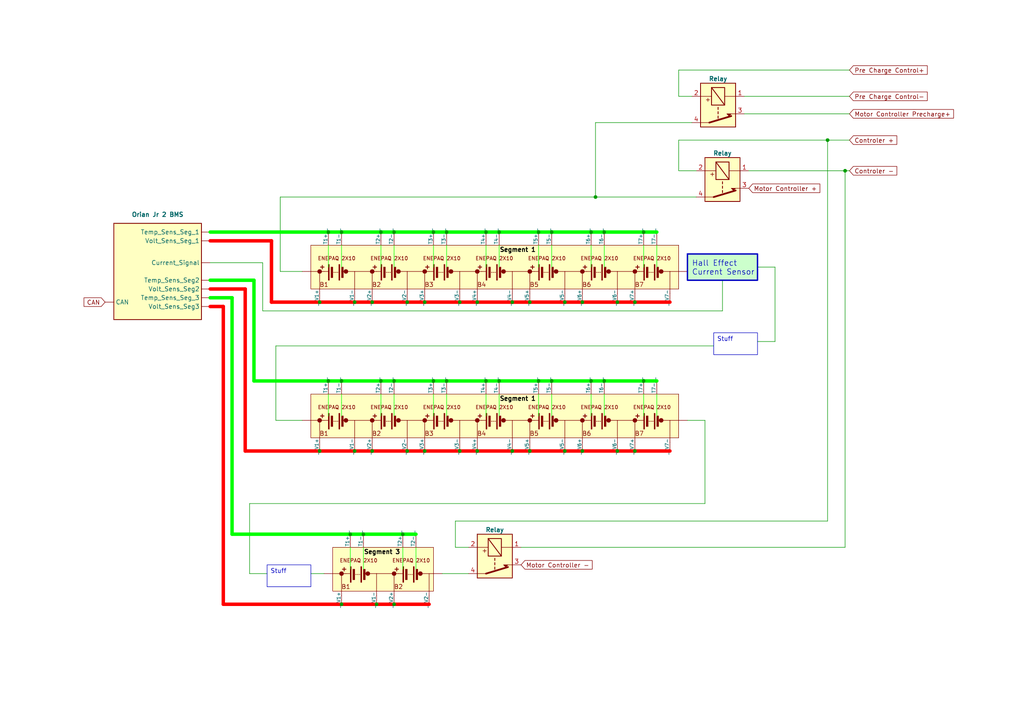
<source format=kicad_sch>
(kicad_sch (version 20230121) (generator eeschema)
  (paper "A4")
  (lib_symbols
    (symbol "Battery_2" (pin_numbers hide) (pin_names (offset 0))
      (property "Value" "Segment 3" (at -5.08 6.35 0))
      (symbol "Battery_2_0_1"
        (rectangle (start -8.89 -2.54) (end -8.636 2.032) (fill (type outline)))
        (rectangle (start -8.128 1.27) (end -7.62 -1.778) (fill (type outline)))
        (rectangle (start -5.842 -2.54) (end -5.588 2.032) (fill (type outline)))
        (rectangle (start -5.08 1.27) (end -4.572 -1.778) (fill (type outline)))
        (polyline (pts (xy -11.43 0) (xy -11.43 -6.35)))
        (polyline (pts (xy -11.176 1.27) (xy -10.16 1.27)) (stroke (width 0.254)))
        (polyline (pts (xy -10.668 0.762) (xy -10.668 1.778)) (stroke (width 0.254)))
        (polyline (pts (xy -10.16 0) (xy -11.43 0)))
        (polyline (pts (xy -8.89 0) (xy -10.16 0)))
        (polyline (pts (xy -7.112 -0.254) (xy -7.366 -0.254)))
        (polyline (pts (xy -6.604 -0.254) (xy -6.858 -0.254)))
        (polyline (pts (xy -6.096 -0.254) (xy -6.35 -0.254)))
        (polyline (pts (xy -5.08 0) (xy -3.81 0)))
        (polyline (pts (xy -3.81 0) (xy -1.27 0)))
        (polyline (pts (xy -1.27 0) (xy -1.27 -6.35)))
        (polyline (pts (xy -1.27 0) (xy 3.81 0)))
        (polyline (pts (xy 3.81 0) (xy 3.81 -6.35)))
        (polyline (pts (xy 4.064 1.27) (xy 5.08 1.27)) (stroke (width 0.254)))
        (polyline (pts (xy 4.572 0.762) (xy 4.572 1.778)) (stroke (width 0.254)))
        (polyline (pts (xy 5.08 0) (xy 3.81 0)))
        (polyline (pts (xy 6.35 0) (xy 5.08 0)))
        (polyline (pts (xy 8.128 -0.254) (xy 7.874 -0.254)))
        (polyline (pts (xy 8.636 -0.254) (xy 8.382 -0.254)))
        (polyline (pts (xy 9.144 -0.254) (xy 8.89 -0.254)))
        (polyline (pts (xy 10.16 0) (xy 11.43 0)))
        (polyline (pts (xy 11.43 0) (xy 15.24 0)))
        (polyline (pts (xy 13.97 0) (xy 13.97 -6.35)))
        (rectangle (start 6.35 -2.54) (end 6.604 2.032) (fill (type outline)))
        (rectangle (start 7.112 1.27) (end 7.62 -1.778) (fill (type outline)))
        (rectangle (start 9.398 -2.54) (end 9.652 2.032) (fill (type outline)))
        (rectangle (start 10.16 1.27) (end 10.668 -1.778) (fill (type outline)))
      )
      (symbol "Battery_2_1_1"
        (rectangle (start -13.97 7.62) (end 15.24 -5.08) (fill (type background)))
        (circle (center -11.43 0) (radius 0.568) (fill (type outline)))
        (circle (center -3.81 0) (radius 0.568) (fill (type outline)))
        (polyline (pts (xy -11.43 0) (xy -13.97 0)))
        (polyline (pts (xy -8.89 5.08) (xy -8.89 1.27)) (stroke (width 0) (color 0 255 0 0.5)))
        (polyline (pts (xy -8.89 7.62) (xy -8.89 5.08)) (stroke (width 0) (color 0 255 0 0.5)))
        (polyline (pts (xy -8.89 8.89) (xy -8.89 7.62)))
        (polyline (pts (xy -5.08 5.08) (xy -5.08 1.27)) (stroke (width 0) (color 0 255 0 0.5)))
        (polyline (pts (xy -5.08 7.62) (xy -5.08 5.08)) (stroke (width 0) (color 0 255 0 0.5)))
        (polyline (pts (xy -5.08 8.89) (xy -5.08 7.62)))
        (polyline (pts (xy 6.35 5.08) (xy 6.35 1.27)) (stroke (width 0) (color 0 255 0 0.5)))
        (polyline (pts (xy 6.35 7.62) (xy 6.35 5.08)) (stroke (width 0) (color 0 255 0 0.5)))
        (polyline (pts (xy 6.35 8.89) (xy 6.35 7.62)))
        (polyline (pts (xy 10.16 5.08) (xy 10.16 1.27)) (stroke (width 0) (color 0 255 0 0.5)))
        (polyline (pts (xy 10.16 7.62) (xy 10.16 5.08)) (stroke (width 0) (color 0 255 0 0.5)))
        (polyline (pts (xy 10.16 8.89) (xy 10.16 7.62)))
        (circle (center 3.81 0) (radius 0.568) (fill (type outline)))
        (circle (center 11.43 0) (radius 0.568) (fill (type outline)))
        (text "B1" (at -10.16 -3.81 0) (effects (font (size 1.27 1.27))))
        (text "B2" (at 5.08 -3.81 0) (effects (font (size 1.27 1.27))))
        (text "ENEPAQ 2X10\n" (at -6.477 3.81 0) (effects (font (size 1.05 1.05))))
        (text "ENEPAQ 2X10\n" (at 8.763 3.81 0) (effects (font (size 1.05 1.05))))
        (pin input line (at -16.51 0 0) (length 2.54) (name "") (number ""))
        (pin input line (at 17.78 0 180) (length 2.54) (name "") (number ""))
        (pin input line (at -11.43 -8.89 90) (length 2.54) (name "__V1+") (number ""))
        (pin input line (at -1.27 -8.89 90) (length 2.54) (name "__V1-") (number ""))
        (pin input line (at 3.81 -8.89 90) (length 2.54) (name "__V2+") (number ""))
        (pin input line (at 13.97 -8.89 90) (length 2.54) (name "__V2-") (number ""))
        (pin passive line (at -8.89 11.43 270) (length 2.54) (name "T1+__") (number "1"))
        (pin passive line (at 6.35 11.43 270) (length 2.54) (name "T2+__") (number "1"))
        (pin passive line (at -5.08 11.43 270) (length 2.54) (name "T1-__") (number "2"))
        (pin passive line (at 10.16 11.43 270) (length 2.54) (name "T2-__") (number "2"))
      )
    )
    (symbol "Battery_3" (pin_numbers hide) (pin_names (offset 0))
      (property "Value" "Segment 1" (at 12.7 20.32 0))
      (symbol "Battery_3_0_1"
        (rectangle (start -36.83 11.43) (end -36.576 16.002) (fill (type outline)))
        (rectangle (start -36.068 15.24) (end -35.56 12.192) (fill (type outline)))
        (rectangle (start -33.782 11.43) (end -33.528 16.002) (fill (type outline)))
        (rectangle (start -33.02 15.24) (end -32.512 12.192) (fill (type outline)))
        (rectangle (start -21.59 11.43) (end -21.336 16.002) (fill (type outline)))
        (rectangle (start -20.828 15.24) (end -20.32 12.192) (fill (type outline)))
        (rectangle (start -18.542 11.43) (end -18.288 16.002) (fill (type outline)))
        (rectangle (start -17.78 15.24) (end -17.272 12.192) (fill (type outline)))
        (rectangle (start -6.35 11.43) (end -6.096 16.002) (fill (type outline)))
        (rectangle (start -5.588 15.24) (end -5.08 12.192) (fill (type outline)))
        (rectangle (start -3.302 11.43) (end -3.048 16.002) (fill (type outline)))
        (rectangle (start -2.54 15.24) (end -2.032 12.192) (fill (type outline)))
        (polyline (pts (xy -39.37 13.97) (xy -39.37 7.62)))
        (polyline (pts (xy -39.116 15.24) (xy -38.1 15.24)) (stroke (width 0.254)))
        (polyline (pts (xy -38.608 14.732) (xy -38.608 15.748)) (stroke (width 0.254)))
        (polyline (pts (xy -38.1 13.97) (xy -39.37 13.97)))
        (polyline (pts (xy -36.83 13.97) (xy -38.1 13.97)))
        (polyline (pts (xy -35.052 13.716) (xy -35.306 13.716)))
        (polyline (pts (xy -34.544 13.716) (xy -34.798 13.716)))
        (polyline (pts (xy -34.036 13.716) (xy -34.29 13.716)))
        (polyline (pts (xy -33.02 13.97) (xy -31.75 13.97)))
        (polyline (pts (xy -31.75 13.97) (xy -29.21 13.97)))
        (polyline (pts (xy -29.21 13.97) (xy -29.21 7.62)))
        (polyline (pts (xy -29.21 13.97) (xy -24.13 13.97)))
        (polyline (pts (xy -24.13 13.97) (xy -24.13 7.62)))
        (polyline (pts (xy -23.876 15.24) (xy -22.86 15.24)) (stroke (width 0.254)))
        (polyline (pts (xy -23.368 14.732) (xy -23.368 15.748)) (stroke (width 0.254)))
        (polyline (pts (xy -22.86 13.97) (xy -24.13 13.97)))
        (polyline (pts (xy -21.59 13.97) (xy -22.86 13.97)))
        (polyline (pts (xy -19.812 13.716) (xy -20.066 13.716)))
        (polyline (pts (xy -19.304 13.716) (xy -19.558 13.716)))
        (polyline (pts (xy -18.796 13.716) (xy -19.05 13.716)))
        (polyline (pts (xy -17.78 13.97) (xy -16.51 13.97)))
        (polyline (pts (xy -16.51 13.97) (xy -13.97 13.97)))
        (polyline (pts (xy -13.97 13.97) (xy -13.97 7.62)))
        (polyline (pts (xy -13.97 13.97) (xy -8.89 13.97)))
        (polyline (pts (xy -8.89 13.97) (xy -8.89 7.62)))
        (polyline (pts (xy -8.636 15.24) (xy -7.62 15.24)) (stroke (width 0.254)))
        (polyline (pts (xy -8.128 14.732) (xy -8.128 15.748)) (stroke (width 0.254)))
        (polyline (pts (xy -7.62 13.97) (xy -8.89 13.97)))
        (polyline (pts (xy -6.35 13.97) (xy -7.62 13.97)))
        (polyline (pts (xy -4.572 13.716) (xy -4.826 13.716)))
        (polyline (pts (xy -4.064 13.716) (xy -4.318 13.716)))
        (polyline (pts (xy -3.556 13.716) (xy -3.81 13.716)))
        (polyline (pts (xy -2.54 13.97) (xy -1.27 13.97)))
        (polyline (pts (xy -1.27 13.97) (xy 1.27 13.97)))
        (polyline (pts (xy 1.27 13.97) (xy 1.27 7.62)))
        (polyline (pts (xy 1.27 13.97) (xy 6.35 13.97)))
        (polyline (pts (xy 6.35 13.97) (xy 6.35 7.62)))
        (polyline (pts (xy 6.604 15.24) (xy 7.62 15.24)) (stroke (width 0.254)))
        (polyline (pts (xy 7.112 14.732) (xy 7.112 15.748)) (stroke (width 0.254)))
        (polyline (pts (xy 7.62 13.97) (xy 6.35 13.97)))
        (polyline (pts (xy 8.89 13.97) (xy 7.62 13.97)))
        (polyline (pts (xy 10.668 13.716) (xy 10.414 13.716)))
        (polyline (pts (xy 11.176 13.716) (xy 10.922 13.716)))
        (polyline (pts (xy 11.684 13.716) (xy 11.43 13.716)))
        (polyline (pts (xy 12.7 13.97) (xy 13.97 13.97)))
        (polyline (pts (xy 13.97 13.97) (xy 16.51 13.97)))
        (polyline (pts (xy 16.51 13.97) (xy 16.51 7.62)))
        (polyline (pts (xy 16.51 13.97) (xy 21.59 13.97)))
        (polyline (pts (xy 21.59 13.97) (xy 21.59 7.62)))
        (polyline (pts (xy 21.844 15.24) (xy 22.86 15.24)) (stroke (width 0.254)))
        (polyline (pts (xy 22.352 14.732) (xy 22.352 15.748)) (stroke (width 0.254)))
        (polyline (pts (xy 22.86 13.97) (xy 21.59 13.97)))
        (polyline (pts (xy 24.13 13.97) (xy 22.86 13.97)))
        (polyline (pts (xy 25.908 13.716) (xy 25.654 13.716)))
        (polyline (pts (xy 26.416 13.716) (xy 26.162 13.716)))
        (polyline (pts (xy 26.924 13.716) (xy 26.67 13.716)))
        (polyline (pts (xy 27.94 13.97) (xy 29.21 13.97)))
        (polyline (pts (xy 29.21 13.97) (xy 31.75 13.97)))
        (polyline (pts (xy 31.75 13.97) (xy 31.75 7.62)))
        (polyline (pts (xy 31.75 13.97) (xy 36.83 13.97)))
        (polyline (pts (xy 36.83 13.97) (xy 36.83 7.62)))
        (polyline (pts (xy 37.084 15.24) (xy 38.1 15.24)) (stroke (width 0.254)))
        (polyline (pts (xy 37.592 14.732) (xy 37.592 15.748)) (stroke (width 0.254)))
        (polyline (pts (xy 38.1 13.97) (xy 36.83 13.97)))
        (polyline (pts (xy 39.37 13.97) (xy 38.1 13.97)))
        (polyline (pts (xy 41.148 13.716) (xy 40.894 13.716)))
        (polyline (pts (xy 41.656 13.716) (xy 41.402 13.716)))
        (polyline (pts (xy 42.164 13.716) (xy 41.91 13.716)))
        (polyline (pts (xy 43.18 13.97) (xy 44.45 13.97)))
        (polyline (pts (xy 44.45 13.97) (xy 46.99 13.97)))
        (polyline (pts (xy 46.99 13.97) (xy 46.99 7.62)))
        (polyline (pts (xy 46.99 13.97) (xy 52.07 13.97)))
        (polyline (pts (xy 52.07 13.97) (xy 52.07 7.62)))
        (polyline (pts (xy 52.324 15.24) (xy 53.34 15.24)) (stroke (width 0.254)))
        (polyline (pts (xy 52.832 14.732) (xy 52.832 15.748)) (stroke (width 0.254)))
        (polyline (pts (xy 53.34 13.97) (xy 52.07 13.97)))
        (polyline (pts (xy 54.61 13.97) (xy 53.34 13.97)))
        (polyline (pts (xy 56.388 13.716) (xy 56.134 13.716)))
        (polyline (pts (xy 56.896 13.716) (xy 56.642 13.716)))
        (polyline (pts (xy 57.404 13.716) (xy 57.15 13.716)))
        (polyline (pts (xy 58.42 13.97) (xy 59.69 13.97)))
        (polyline (pts (xy 59.69 13.97) (xy 62.23 13.97)))
        (polyline (pts (xy 62.23 13.97) (xy 62.23 7.62)))
        (rectangle (start 8.89 11.43) (end 9.144 16.002) (fill (type outline)))
        (rectangle (start 9.652 15.24) (end 10.16 12.192) (fill (type outline)))
        (rectangle (start 11.938 11.43) (end 12.192 16.002) (fill (type outline)))
        (rectangle (start 12.7 15.24) (end 13.208 12.192) (fill (type outline)))
        (rectangle (start 24.13 11.43) (end 24.384 16.002) (fill (type outline)))
        (rectangle (start 24.892 15.24) (end 25.4 12.192) (fill (type outline)))
        (rectangle (start 27.178 11.43) (end 27.432 16.002) (fill (type outline)))
        (rectangle (start 27.94 15.24) (end 28.448 12.192) (fill (type outline)))
        (rectangle (start 39.37 11.43) (end 39.624 16.002) (fill (type outline)))
        (rectangle (start 40.132 15.24) (end 40.64 12.192) (fill (type outline)))
        (rectangle (start 42.418 11.43) (end 42.672 16.002) (fill (type outline)))
        (rectangle (start 43.18 15.24) (end 43.688 12.192) (fill (type outline)))
        (rectangle (start 54.61 11.43) (end 54.864 16.002) (fill (type outline)))
        (rectangle (start 55.372 15.24) (end 55.88 12.192) (fill (type outline)))
        (rectangle (start 57.658 11.43) (end 57.912 16.002) (fill (type outline)))
        (rectangle (start 58.42 15.24) (end 58.928 12.192) (fill (type outline)))
      )
      (symbol "Battery_3_1_1"
        (rectangle (start -41.91 21.59) (end 64.77 8.89) (fill (type background)))
        (circle (center -39.37 13.97) (radius 0.568) (fill (type outline)))
        (circle (center -31.75 13.97) (radius 0.568) (fill (type outline)))
        (circle (center -24.13 13.97) (radius 0.568) (fill (type outline)))
        (circle (center -16.51 13.97) (radius 0.568) (fill (type outline)))
        (circle (center -8.89 13.97) (radius 0.568) (fill (type outline)))
        (circle (center -1.27 13.97) (radius 0.568) (fill (type outline)))
        (polyline (pts (xy -39.37 13.97) (xy -41.91 13.97)))
        (polyline (pts (xy -36.83 19.05) (xy -36.83 15.24)) (stroke (width 0) (color 0 255 0 0.5)))
        (polyline (pts (xy -36.83 21.59) (xy -36.83 19.05)) (stroke (width 0) (color 0 255 0 0.5)))
        (polyline (pts (xy -36.83 22.86) (xy -36.83 21.59)))
        (polyline (pts (xy -33.02 19.05) (xy -33.02 15.24)) (stroke (width 0) (color 0 255 0 0.5)))
        (polyline (pts (xy -33.02 21.59) (xy -33.02 19.05)) (stroke (width 0) (color 0 255 0 0.5)))
        (polyline (pts (xy -33.02 22.86) (xy -33.02 21.59)))
        (polyline (pts (xy -21.59 19.05) (xy -21.59 15.24)) (stroke (width 0) (color 0 255 0 0.5)))
        (polyline (pts (xy -21.59 21.59) (xy -21.59 19.05)) (stroke (width 0) (color 0 255 0 0.5)))
        (polyline (pts (xy -21.59 22.86) (xy -21.59 21.59)))
        (polyline (pts (xy -17.78 19.05) (xy -17.78 15.24)) (stroke (width 0) (color 0 255 0 0.5)))
        (polyline (pts (xy -17.78 21.59) (xy -17.78 19.05)) (stroke (width 0) (color 0 255 0 0.5)))
        (polyline (pts (xy -17.78 22.86) (xy -17.78 21.59)))
        (polyline (pts (xy -6.35 19.05) (xy -6.35 15.24)) (stroke (width 0) (color 0 255 0 0.5)))
        (polyline (pts (xy -6.35 21.59) (xy -6.35 19.05)) (stroke (width 0) (color 0 255 0 0.5)))
        (polyline (pts (xy -6.35 22.86) (xy -6.35 21.59)))
        (polyline (pts (xy -2.54 19.05) (xy -2.54 15.24)) (stroke (width 0) (color 0 255 0 0.5)))
        (polyline (pts (xy -2.54 21.59) (xy -2.54 19.05)) (stroke (width 0) (color 0 255 0 0.5)))
        (polyline (pts (xy -2.54 22.86) (xy -2.54 21.59)))
        (polyline (pts (xy 8.89 19.05) (xy 8.89 15.24)) (stroke (width 0) (color 0 255 0 0.5)))
        (polyline (pts (xy 8.89 21.59) (xy 8.89 19.05)) (stroke (width 0) (color 0 255 0 0.5)))
        (polyline (pts (xy 8.89 22.86) (xy 8.89 21.59)))
        (polyline (pts (xy 12.7 21.59) (xy 12.7 15.24)) (stroke (width 0) (color 0 255 0 0.5)))
        (polyline (pts (xy 12.7 22.86) (xy 12.7 21.59)))
        (polyline (pts (xy 24.13 19.05) (xy 24.13 15.24)) (stroke (width 0) (color 0 255 0 0.5)))
        (polyline (pts (xy 24.13 21.59) (xy 24.13 19.05)) (stroke (width 0) (color 0 255 0 0.5)))
        (polyline (pts (xy 24.13 22.86) (xy 24.13 21.59)))
        (polyline (pts (xy 27.94 19.05) (xy 27.94 15.24)) (stroke (width 0) (color 0 255 0 0.5)))
        (polyline (pts (xy 27.94 21.59) (xy 27.94 19.05)) (stroke (width 0) (color 0 255 0 0.5)))
        (polyline (pts (xy 27.94 22.86) (xy 27.94 21.59)))
        (polyline (pts (xy 39.37 19.05) (xy 39.37 15.24)) (stroke (width 0) (color 0 255 0 0.5)))
        (polyline (pts (xy 39.37 21.59) (xy 39.37 19.05)) (stroke (width 0) (color 0 255 0 0.5)))
        (polyline (pts (xy 39.37 22.86) (xy 39.37 21.59)))
        (polyline (pts (xy 43.18 19.05) (xy 43.18 15.24)) (stroke (width 0) (color 0 255 0 0.5)))
        (polyline (pts (xy 43.18 21.59) (xy 43.18 19.05)) (stroke (width 0) (color 0 255 0 0.5)))
        (polyline (pts (xy 43.18 22.86) (xy 43.18 21.59)))
        (polyline (pts (xy 54.61 19.05) (xy 54.61 15.24)) (stroke (width 0) (color 0 255 0 0.5)))
        (polyline (pts (xy 54.61 21.59) (xy 54.61 19.05)) (stroke (width 0) (color 0 255 0 0.5)))
        (polyline (pts (xy 54.61 22.86) (xy 54.61 21.59)))
        (polyline (pts (xy 58.42 19.05) (xy 58.42 15.24)) (stroke (width 0) (color 0 255 0 0.5)))
        (polyline (pts (xy 58.42 21.59) (xy 58.42 19.05)) (stroke (width 0) (color 0 255 0 0.5)))
        (polyline (pts (xy 58.42 22.86) (xy 58.42 21.59)))
        (polyline (pts (xy 62.23 13.97) (xy 64.77 13.97)))
        (circle (center 6.35 13.97) (radius 0.568) (fill (type outline)))
        (circle (center 13.97 13.97) (radius 0.568) (fill (type outline)))
        (circle (center 21.59 13.97) (radius 0.568) (fill (type outline)))
        (circle (center 29.21 13.97) (radius 0.568) (fill (type outline)))
        (circle (center 36.83 13.97) (radius 0.568) (fill (type outline)))
        (circle (center 44.45 13.97) (radius 0.568) (fill (type outline)))
        (circle (center 52.07 13.97) (radius 0.568) (fill (type outline)))
        (circle (center 59.69 13.97) (radius 0.568) (fill (type outline)))
        (text "B1" (at -38.1 10.16 0) (effects (font (size 1.27 1.27))))
        (text "B2" (at -22.86 10.16 0) (effects (font (size 1.27 1.27))))
        (text "B3" (at -7.62 10.16 0) (effects (font (size 1.27 1.27))))
        (text "B4" (at 7.62 10.16 0) (effects (font (size 1.27 1.27))))
        (text "B5" (at 22.86 10.16 0) (effects (font (size 1.27 1.27))))
        (text "B6" (at 38.1 10.16 0) (effects (font (size 1.27 1.27))))
        (text "B7" (at 53.34 10.16 0) (effects (font (size 1.27 1.27))))
        (text "ENEPAQ 2X10\n" (at -34.417 17.78 0) (effects (font (size 1.05 1.05))))
        (text "ENEPAQ 2X10\n" (at -19.177 17.78 0) (effects (font (size 1.05 1.05))))
        (text "ENEPAQ 2X10\n" (at -3.937 17.78 0) (effects (font (size 1.05 1.05))))
        (text "ENEPAQ 2X10\n" (at 11.303 17.78 0) (effects (font (size 1.05 1.05))))
        (text "ENEPAQ 2X10\n" (at 26.543 17.78 0) (effects (font (size 1.05 1.05))))
        (text "ENEPAQ 2X10\n" (at 41.783 17.78 0) (effects (font (size 1.05 1.05))))
        (text "ENEPAQ 2X10\n" (at 57.023 17.78 0) (effects (font (size 1.05 1.05))))
        (pin input line (at -44.45 13.97 0) (length 2.54) (name "") (number ""))
        (pin input line (at 67.31 13.97 180) (length 2.54) (name "") (number ""))
        (pin input line (at -39.37 5.08 90) (length 2.54) (name "__V1+") (number ""))
        (pin input line (at -29.21 5.08 90) (length 2.54) (name "__V1-") (number ""))
        (pin input line (at -24.13 5.08 90) (length 2.54) (name "__V2+") (number ""))
        (pin input line (at -13.97 5.08 90) (length 2.54) (name "__V2-") (number ""))
        (pin input line (at -8.89 5.08 90) (length 2.54) (name "__V3+") (number ""))
        (pin input line (at 1.27 5.08 90) (length 2.54) (name "__V3-") (number ""))
        (pin input line (at 6.35 5.08 90) (length 2.54) (name "__V4+") (number ""))
        (pin input line (at 16.51 5.08 90) (length 2.54) (name "__V4-") (number ""))
        (pin input line (at 21.59 5.08 90) (length 2.54) (name "__V5+") (number ""))
        (pin input line (at 31.75 5.08 90) (length 2.54) (name "__V5-") (number ""))
        (pin input line (at 36.83 5.08 90) (length 2.54) (name "__V6+") (number ""))
        (pin input line (at 46.99 5.08 90) (length 2.54) (name "__V6-") (number ""))
        (pin input line (at 52.07 5.08 90) (length 2.54) (name "__V7+") (number ""))
        (pin input line (at 62.23 5.08 90) (length 2.54) (name "__V7-") (number ""))
        (pin passive line (at -36.83 25.4 270) (length 2.54) (name "T1+__") (number "1"))
        (pin passive line (at -21.59 25.4 270) (length 2.54) (name "T2+__") (number "1"))
        (pin passive line (at -6.35 25.4 270) (length 2.54) (name "T3+__") (number "1"))
        (pin passive line (at 8.89 25.4 270) (length 2.54) (name "T4+__") (number "1"))
        (pin passive line (at 24.13 25.4 270) (length 2.54) (name "T5+__") (number "1"))
        (pin passive line (at 39.37 25.4 270) (length 2.54) (name "T6+__") (number "1"))
        (pin passive line (at 54.61 25.4 270) (length 2.54) (name "T7+__") (number "1"))
        (pin passive line (at -33.02 25.4 270) (length 2.54) (name "T1-__") (number "2"))
        (pin passive line (at -17.78 25.4 270) (length 2.54) (name "T2-__") (number "2"))
        (pin passive line (at -2.54 25.4 270) (length 2.54) (name "T3-__") (number "2"))
        (pin passive line (at 12.7 25.4 270) (length 2.54) (name "T4-__") (number "2"))
        (pin passive line (at 27.94 25.4 270) (length 2.54) (name "T5-__") (number "2"))
        (pin passive line (at 43.18 25.4 270) (length 2.54) (name "T6-__") (number "2"))
        (pin passive line (at 58.42 25.4 270) (length 2.54) (name "T7-__") (number "2"))
      )
    )
    (symbol "Battery_Management:ADP5063"
      (property "Value" "Orian Jr 2 BMS" (at 0 15.24 0))
      (symbol "ADP5063_1_1"
        (rectangle (start -12.7 12.7) (end 12.7 -15.24) (stroke (width 0.254)) (fill (type background)))
        (pin input line (at -15.24 -10.16 0) (length 2.54) (name "CAN") (number ""))
        (pin input line (at 15.24 1.27 180) (length 2.54) (name "Current_Signal") (number ""))
        (pin input line (at 15.24 -3.81 180) (length 2.54) (name "Temp_Sens_Seg2") (number ""))
        (pin input line (at 15.24 10.16 180) (length 2.54) (name "Temp_Sens_Seg_1") (number ""))
        (pin input line (at 15.24 -8.89 180) (length 2.54) (name "Temp_Sens_Seg_3") (number ""))
        (pin input line (at 15.24 -6.35 180) (length 2.54) (name "Volt_Sens_Seg2") (number ""))
        (pin input line (at 15.24 -11.43 180) (length 2.54) (name "Volt_Sens_Seg3") (number ""))
        (pin input line (at 15.24 7.62 180) (length 2.54) (name "Volt_Sens_Seg_1") (number ""))
        (pin input line (at -15.24 -2.54 0) (length 2.54) hide (name "SCL") (number "1"))
        (pin bidirectional line (at -15.24 2.54 0) (length 2.54) hide (name "D_IO3") (number "2"))
        (pin bidirectional line (at -15.24 5.08 0) (length 2.54) hide (name "D_IO2") (number "3"))
        (pin bidirectional line (at -15.24 7.62 0) (length 2.54) hide (name "D_IO1") (number "5"))
      )
    )
    (symbol "EE2-4.5NU_1"
      (property "Value" "Relay" (at 0 8.89 0))
      (symbol "EE2-4.5NU_1_1_1"
        (rectangle (start -5.08 7.62) (end 5.08 -5.08) (stroke (width 0.254)) (fill (type background)))
        (rectangle (start -1.905 6.35) (end 1.905 1.27) (stroke (width 0.254)))
        (polyline (pts (xy -5.08 3.81) (xy -1.905 3.81)))
        (polyline (pts (xy -2.54 -3.81) (xy -5.08 -3.81)))
        (polyline (pts (xy -2.54 -3.81) (xy 3.81 -1.905)) (stroke (width 0.508)))
        (polyline (pts (xy -1.905 6.35) (xy 1.905 1.27)) (stroke (width 0.254)))
        (polyline (pts (xy 0 -1.905) (xy 0 -2.54)) (stroke (width 0.254)))
        (polyline (pts (xy 0 -0.635) (xy 0 -1.27)) (stroke (width 0.254)))
        (polyline (pts (xy 0 0.635) (xy 0 0)) (stroke (width 0.254)))
        (polyline (pts (xy 5.08 3.81) (xy 1.905 3.81)))
        (polyline (pts (xy 5.08 -1.27) (xy 2.54 -1.27) (xy 3.175 -1.905) (xy 3.81 -1.27)) (fill (type outline)))
        (text "+" (at -3.048 2.794 900) (effects (font (size 1.27 1.27))))
        (pin passive line (at 7.62 3.81 180) (length 2.54) (name "~") (number "1"))
        (pin passive line (at -7.62 3.81 0) (length 2.54) (name "~") (number "2"))
        (pin passive line (at 7.62 -1.27 180) (length 2.54) (name "~") (number "3"))
        (pin passive line (at -7.62 -3.81 0) (length 2.54) (name "~") (number "4"))
      )
    )
  )
  (junction (at 99.06 67.31))
  (junction (at 245.11 49.53))
  (junction (at 114.3 67.31))
  (junction (at 144.78 67.31))
  (junction (at 95.25 110.49))
  (junction (at 148.59 130.81))
  (junction (at 101.6 154.94))
  (junction (at 114.3 175.26))
  (junction (at 140.97 110.49))
  (junction (at 123.19 130.81))
  (junction (at 175.26 110.49))
  (junction (at 99.06 110.49))
  (junction (at 175.26 67.31))
  (junction (at 163.83 130.81))
  (junction (at 160.02 110.49))
  (junction (at 153.67 130.81))
  (junction (at 179.07 87.63))
  (junction (at 184.15 130.81))
  (junction (at 171.45 110.49))
  (junction (at 118.11 87.63))
  (junction (at 107.95 87.63))
  (junction (at 168.91 130.81))
  (junction (at 179.07 130.81))
  (junction (at 186.69 67.31))
  (junction (at 172.72 57.15))
  (junction (at 116.84 154.94))
  (junction (at 118.11 130.81))
  (junction (at 140.97 67.31))
  (junction (at 107.95 130.81))
  (junction (at 105.41 154.94))
  (junction (at 110.49 110.49))
  (junction (at 133.35 87.63))
  (junction (at 186.69 110.49))
  (junction (at 133.35 130.81))
  (junction (at 102.87 87.63))
  (junction (at 153.67 87.63))
  (junction (at 240.03 40.64))
  (junction (at 95.25 67.31))
  (junction (at 125.73 67.31))
  (junction (at 138.43 130.81))
  (junction (at 109.22 175.26))
  (junction (at 156.21 67.31))
  (junction (at 144.78 110.49))
  (junction (at 102.87 130.81))
  (junction (at 184.15 87.63))
  (junction (at 110.49 67.31))
  (junction (at 129.54 110.49))
  (junction (at 123.19 87.63))
  (junction (at 156.21 110.49))
  (junction (at 171.45 67.31))
  (junction (at 99.06 175.26))
  (junction (at 163.83 87.63))
  (junction (at 92.71 130.81))
  (junction (at 138.43 87.63))
  (junction (at 160.02 67.31))
  (junction (at 129.54 67.31))
  (junction (at 168.91 87.63))
  (junction (at 92.71 87.63))
  (junction (at 125.73 110.49))
  (junction (at 114.3 110.49))
  (junction (at 148.59 87.63))
  (wire (pts (xy 196.85 40.64) (xy 240.03 40.64)))
  (wire (pts (xy 138.43 130.81) (xy 148.59 130.81)) (stroke (width 1) (color 255 0 0 1)))
  (wire (pts (xy 123.19 130.81) (xy 133.35 130.81)) (stroke (width 1) (color 255 0 0 1)))
  (wire (pts (xy 200.66 35.56) (xy 172.72 35.56)))
  (wire (pts (xy 163.83 87.63) (xy 168.91 87.63)) (stroke (width 1) (color 255 0 0 1)))
  (wire (pts (xy 148.59 130.81) (xy 153.67 130.81)) (stroke (width 1) (color 255 0 0 1)))
  (wire (pts (xy 196.85 20.32) (xy 246.38 20.32)))
  (wire (pts (xy 60.96 76.2) (xy 76.2 76.2)))
  (wire (pts (xy 132.08 151.13) (xy 240.03 151.13)))
  (wire (pts (xy 217.17 49.53) (xy 245.11 49.53)))
  (wire (pts (xy 102.87 130.81) (xy 107.95 130.81)) (stroke (width 1) (color 255 0 0 1)))
  (wire (pts (xy 99.06 175.26) (xy 109.22 175.26)) (stroke (width 1) (color 255 0 0 1)))
  (wire (pts (xy 153.67 87.63) (xy 163.83 87.63)) (stroke (width 1) (color 255 0 0 1)))
  (wire (pts (xy 135.89 166.37) (xy 128.27 166.37)))
  (wire (pts (xy 101.6 154.94) (xy 105.41 154.94)) (stroke (width 1) (color 0 255 0 1)))
  (wire (pts (xy 87.63 121.92) (xy 80.01 121.92)))
  (wire (pts (xy 160.02 110.49) (xy 156.21 110.49)) (stroke (width 1) (color 0 255 0 1)))
  (wire (pts (xy 114.3 175.26) (xy 124.46 175.26)) (stroke (width 1) (color 255 0 0 1)))
  (wire (pts (xy 196.85 49.53) (xy 196.85 40.64)))
  (wire (pts (xy 140.97 110.49) (xy 129.54 110.49)) (stroke (width 1) (color 0 255 0 1)))
  (wire (pts (xy 224.79 77.47) (xy 224.79 99.06)))
  (wire (pts (xy 67.31 154.94) (xy 67.31 86.36)) (stroke (width 1) (color 0 255 0 1)))
  (wire (pts (xy 73.66 110.49) (xy 95.25 110.49)) (stroke (width 1) (color 0 255 0 1)))
  (wire (pts (xy 71.12 83.82) (xy 60.96 83.82)) (stroke (width 1) (color 255 0 0 1)))
  (wire (pts (xy 204.47 121.92) (xy 204.47 146.05)))
  (wire (pts (xy 240.03 151.13) (xy 240.03 40.64)))
  (wire (pts (xy 184.15 87.63) (xy 194.31 87.63)) (stroke (width 1) (color 255 0 0 1)))
  (wire (pts (xy 60.96 67.31) (xy 95.25 67.31)) (stroke (width 1) (color 0 255 0 1)))
  (wire (pts (xy 78.74 69.85) (xy 78.74 87.63)) (stroke (width 1) (color 255 0 0 1)))
  (wire (pts (xy 76.2 76.2) (xy 76.2 90.17)))
  (wire (pts (xy 186.69 67.31) (xy 190.5 67.31)) (stroke (width 1) (color 0 255 0 1)))
  (wire (pts (xy 64.77 175.26) (xy 64.77 88.9)) (stroke (width 1) (color 255 0 0 1)))
  (wire (pts (xy 81.28 78.74) (xy 87.63 78.74)))
  (wire (pts (xy 138.43 87.63) (xy 148.59 87.63)) (stroke (width 1) (color 255 0 0 1)))
  (wire (pts (xy 240.03 40.64) (xy 246.38 40.64)))
  (wire (pts (xy 144.78 67.31) (xy 140.97 67.31)) (stroke (width 1) (color 0 255 0 1)))
  (wire (pts (xy 199.39 121.92) (xy 204.47 121.92)))
  (wire (pts (xy 78.74 87.63) (xy 92.71 87.63)) (stroke (width 1) (color 255 0 0 1)))
  (wire (pts (xy 60.96 69.85) (xy 78.74 69.85)) (stroke (width 1) (color 255 0 0 1)))
  (wire (pts (xy 80.01 100.33) (xy 207.01 100.33)))
  (wire (pts (xy 209.55 81.28) (xy 209.55 90.17)))
  (wire (pts (xy 246.38 33.02) (xy 215.9 33.02)))
  (wire (pts (xy 138.43 130.81) (xy 133.35 130.81)) (stroke (width 1) (color 255 0 0 1)))
  (wire (pts (xy 135.89 158.75) (xy 132.08 158.75)))
  (wire (pts (xy 125.73 67.31) (xy 114.3 67.31)) (stroke (width 1) (color 0 255 0 1)))
  (wire (pts (xy 171.45 110.49) (xy 160.02 110.49)) (stroke (width 1) (color 0 255 0 1)))
  (wire (pts (xy 118.11 130.81) (xy 123.19 130.81)) (stroke (width 1) (color 255 0 0 1)))
  (wire (pts (xy 215.9 27.94) (xy 246.38 27.94)))
  (wire (pts (xy 186.69 67.31) (xy 175.26 67.31)) (stroke (width 1) (color 0 255 0 1)))
  (wire (pts (xy 132.08 158.75) (xy 132.08 151.13)))
  (wire (pts (xy 120.65 154.94) (xy 116.84 154.94)) (stroke (width 1) (color 0 255 0 1)))
  (wire (pts (xy 171.45 67.31) (xy 160.02 67.31)) (stroke (width 1) (color 0 255 0 1)))
  (wire (pts (xy 109.22 175.26) (xy 114.3 175.26)) (stroke (width 1) (color 255 0 0 1)))
  (wire (pts (xy 186.69 110.49) (xy 190.5 110.49)) (stroke (width 1) (color 0 255 0 1)))
  (wire (pts (xy 92.71 130.81) (xy 102.87 130.81)) (stroke (width 1) (color 255 0 0 1)))
  (wire (pts (xy 102.87 87.63) (xy 107.95 87.63)) (stroke (width 1) (color 255 0 0 1)))
  (wire (pts (xy 163.83 130.81) (xy 153.67 130.81)) (stroke (width 1) (color 255 0 0 1)))
  (wire (pts (xy 107.95 87.63) (xy 118.11 87.63)) (stroke (width 1) (color 255 0 0 1)))
  (wire (pts (xy 200.66 27.94) (xy 196.85 27.94)))
  (wire (pts (xy 201.93 49.53) (xy 196.85 49.53)))
  (wire (pts (xy 156.21 110.49) (xy 144.78 110.49)) (stroke (width 1) (color 0 255 0 1)))
  (wire (pts (xy 64.77 175.26) (xy 99.06 175.26)) (stroke (width 1) (color 255 0 0 1)))
  (wire (pts (xy 175.26 110.49) (xy 171.45 110.49)) (stroke (width 1) (color 0 255 0 1)))
  (wire (pts (xy 67.31 86.36) (xy 60.96 86.36)) (stroke (width 1) (color 0 255 0 1)))
  (wire (pts (xy 80.01 121.92) (xy 80.01 100.33)))
  (wire (pts (xy 107.95 130.81) (xy 118.11 130.81)) (stroke (width 1) (color 255 0 0 1)))
  (wire (pts (xy 114.3 67.31) (xy 110.49 67.31)) (stroke (width 1) (color 0 255 0 1)))
  (wire (pts (xy 90.17 166.37) (xy 93.98 166.37)))
  (wire (pts (xy 168.91 87.63) (xy 179.07 87.63)) (stroke (width 1) (color 255 0 0 1)))
  (wire (pts (xy 92.71 87.63) (xy 102.87 87.63)) (stroke (width 1) (color 255 0 0 1)))
  (wire (pts (xy 196.85 27.94) (xy 196.85 20.32)))
  (wire (pts (xy 71.12 130.81) (xy 71.12 83.82)) (stroke (width 1) (color 255 0 0 1)))
  (wire (pts (xy 168.91 130.81) (xy 163.83 130.81)) (stroke (width 1) (color 255 0 0 1)))
  (wire (pts (xy 95.25 67.31) (xy 99.06 67.31)) (stroke (width 1) (color 0 255 0 1)))
  (wire (pts (xy 114.3 110.49) (xy 110.49 110.49)) (stroke (width 1) (color 0 255 0 1)))
  (wire (pts (xy 99.06 67.31) (xy 110.49 67.31)) (stroke (width 1) (color 0 255 0 1)))
  (wire (pts (xy 81.28 57.15) (xy 81.28 78.74)))
  (wire (pts (xy 160.02 67.31) (xy 156.21 67.31)) (stroke (width 1) (color 0 255 0 1)))
  (wire (pts (xy 156.21 67.31) (xy 144.78 67.31)) (stroke (width 1) (color 0 255 0 1)))
  (wire (pts (xy 144.78 110.49) (xy 140.97 110.49)) (stroke (width 1) (color 0 255 0 1)))
  (wire (pts (xy 184.15 130.81) (xy 194.31 130.81)) (stroke (width 1) (color 255 0 0 1)))
  (wire (pts (xy 172.72 57.15) (xy 81.28 57.15)))
  (wire (pts (xy 118.11 87.63) (xy 123.19 87.63)) (stroke (width 1) (color 255 0 0 1)))
  (wire (pts (xy 219.71 99.06) (xy 224.79 99.06)))
  (wire (pts (xy 179.07 87.63) (xy 184.15 87.63)) (stroke (width 1) (color 255 0 0 1)))
  (wire (pts (xy 172.72 57.15) (xy 201.93 57.15)))
  (wire (pts (xy 168.91 130.81) (xy 179.07 130.81)) (stroke (width 1) (color 255 0 0 1)))
  (wire (pts (xy 125.73 110.49) (xy 114.3 110.49)) (stroke (width 1) (color 0 255 0 1)))
  (wire (pts (xy 71.12 130.81) (xy 92.71 130.81)) (stroke (width 1) (color 255 0 0 1)))
  (wire (pts (xy 151.13 158.75) (xy 245.11 158.75)))
  (wire (pts (xy 67.31 154.94) (xy 101.6 154.94)) (stroke (width 1) (color 0 255 0 1)))
  (wire (pts (xy 186.69 110.49) (xy 175.26 110.49)) (stroke (width 1) (color 0 255 0 1)))
  (wire (pts (xy 219.71 77.47) (xy 224.79 77.47)))
  (wire (pts (xy 148.59 87.63) (xy 153.67 87.63)) (stroke (width 1) (color 255 0 0 1)))
  (wire (pts (xy 245.11 49.53) (xy 246.38 49.53)))
  (wire (pts (xy 72.39 166.37) (xy 77.47 166.37)))
  (wire (pts (xy 125.73 67.31) (xy 129.54 67.31)) (stroke (width 1) (color 0 255 0 1)))
  (wire (pts (xy 76.2 90.17) (xy 209.55 90.17)))
  (wire (pts (xy 129.54 110.49) (xy 125.73 110.49)) (stroke (width 1) (color 0 255 0 1)))
  (wire (pts (xy 172.72 35.56) (xy 172.72 57.15)))
  (wire (pts (xy 204.47 146.05) (xy 72.39 146.05)))
  (wire (pts (xy 116.84 154.94) (xy 105.41 154.94)) (stroke (width 1) (color 0 255 0 1)))
  (wire (pts (xy 99.06 110.49) (xy 110.49 110.49)) (stroke (width 1) (color 0 255 0 1)))
  (wire (pts (xy 245.11 158.75) (xy 245.11 49.53)))
  (wire (pts (xy 73.66 81.28) (xy 60.96 81.28)) (stroke (width 1) (color 0 255 0 1)))
  (wire (pts (xy 140.97 67.31) (xy 129.54 67.31)) (stroke (width 1) (color 0 255 0 1)))
  (wire (pts (xy 133.35 87.63) (xy 138.43 87.63)) (stroke (width 1) (color 255 0 0 1)))
  (wire (pts (xy 72.39 146.05) (xy 72.39 166.37)))
  (wire (pts (xy 175.26 67.31) (xy 171.45 67.31)) (stroke (width 1) (color 0 255 0 1)))
  (wire (pts (xy 73.66 110.49) (xy 73.66 81.28)) (stroke (width 1) (color 0 255 0 1)))
  (wire (pts (xy 95.25 110.49) (xy 99.06 110.49)) (stroke (width 1) (color 0 255 0 1)))
  (wire (pts (xy 123.19 87.63) (xy 133.35 87.63)) (stroke (width 1) (color 255 0 0 1)))
  (wire (pts (xy 179.07 130.81) (xy 184.15 130.81)) (stroke (width 1) (color 255 0 0 1)))
  (wire (pts (xy 64.77 88.9) (xy 60.96 88.9)) (stroke (width 1) (color 255 0 0 1)))
  (rectangle (start 199.39 73.66) (end 219.71 81.28) (stroke (width 0.4)) (fill (type color) (color 0 255 0 0.2)))
  (text_box "Stuff" (at 207.01 96.52 0) (size 12.7 6.35) (effects (font (size 1.27 1.27)) (justify left top)))
  (text_box "Stuff" (at 77.47 163.83 0) (size 12.7 6.35) (effects (font (size 1.27 1.27)) (justify left top)))
  (text "Hall Effect\nCurrent Sensor" (at 200.66 80.01 0) (effects (font (size 1.6 1.6)) (justify left bottom)))
  (global_label "Pre Charge Control+" (shape input) (at 246.38 20.32 0) (property "Intersheetrefs" "${INTERSHEET_REFS}" (effects hide)))
  (global_label "CAN" (shape input) (at 30.48 87.63 180) (property "Intersheetrefs" "${INTERSHEET_REFS}" (effects hide)))
  (global_label "Motor Controller +" (shape input) (at 217.17 54.61 0) (property "Intersheetrefs" "${INTERSHEET_REFS}" (effects hide)))
  (global_label "Motor Controller -" (shape input) (at 151.13 163.83 0) (property "Intersheetrefs" "${INTERSHEET_REFS}" (effects hide)))
  (global_label "Controler +" (shape input) (at 246.38 40.64 0) (property "Intersheetrefs" "${INTERSHEET_REFS}" (effects hide)))
  (global_label "Motor Controller Precharge+" (shape input) (at 246.38 33.02 0) (property "Intersheetrefs" "${INTERSHEET_REFS}" (effects hide)))
  (global_label "Pre Charge Control-" (shape input) (at 246.38 27.94 0) (property "Intersheetrefs" "${INTERSHEET_REFS}" (effects hide)))
  (global_label "Controler -" (shape input) (at 246.38 49.53 0) (property "Intersheetrefs" "${INTERSHEET_REFS}" (effects hide)))
  (symbol (lib_name "EE2-4.5NU_1") (lib_id "Relay:EE2-4.5NU") (at 209.55 53.34 0) (unit 1)
    (property "Reference" "K4" (effects hide))
    (property "Value" "Relay" (at 209.55 44.45 0) (effects (font bold)))
    (property "Footprint" "Relay_SMD:Relay_DPDT_Kemet_EE2_NU" (effects hide))
    (property "Datasheet" "https://content.kemet.com/datasheets/KEM_R7002_EC2_EE2.pdf" (effects hide))
  )
  (symbol (lib_id "Battery_Management:ADP5063") (at 45.72 77.47 0) (unit 1)
    (property "Reference" "U8" (effects hide))
    (property "Value" "Orian Jr 2 BMS" (at 45.72 62.23 0) (effects (font bold)))
    (property "Footprint" "Package_DFN_QFN:QFN-20-1EP_4x4mm_P0.5mm_EP2.5x2.5mm" (effects hide))
    (property "Datasheet" "https://www.analog.com/media/en/technical-documentation/data-sheets/ADP5063.pdf" (effects hide))
  )
  (symbol (lib_name "EE2-4.5NU_1") (lib_id "Relay:EE2-4.5NU") (at 208.28 31.75 0) (unit 1)
    (property "Reference" "K3" (effects hide))
    (property "Value" "Relay" (at 208.28 22.86 0) (effects (font bold)))
    (property "Footprint" "Relay_SMD:Relay_DPDT_Kemet_EE2_NU" (effects hide))
    (property "Datasheet" "https://content.kemet.com/datasheets/KEM_R7002_EC2_EE2.pdf" (effects hide))
  )
  (symbol (lib_name "Battery_2") (lib_id "Device:Battery") (at 110.49 166.37 0) (unit 1)
    (property "Reference" "BT6" (effects hide))
    (property "Value" "Segment 3" (at 105.41 160.02 0) (effects (font bold) (justify left)))
  )
  (symbol (lib_name "Battery_3") (lib_id "Device:Battery") (at 132.08 135.89 0) (unit 1)
    (property "Reference" "BT3" (effects hide))
    (property "Value" "Segment 1" (at 144.78 115.57 0) (effects (font bold) (justify left)))
  )
  (symbol (lib_name "EE2-4.5NU_1") (lib_id "Relay:EE2-4.5NU") (at 143.51 162.56 0) (unit 1)
    (property "Reference" "K1" (effects hide))
    (property "Value" "Relay" (at 143.51 153.67 0) (effects (font bold)))
    (property "Footprint" "Relay_SMD:Relay_DPDT_Kemet_EE2_NU" (effects hide))
    (property "Datasheet" "https://content.kemet.com/datasheets/KEM_R7002_EC2_EE2.pdf" (effects hide))
  )
  (symbol (lib_name "Battery_3") (lib_id "Device:Battery") (at 132.08 92.71 0) (unit 1)
    (property "Reference" "BT2" (effects hide))
    (property "Value" "Segment 1" (at 144.78 72.39 0) (effects (font bold) (justify left)))
  )
)
</source>
